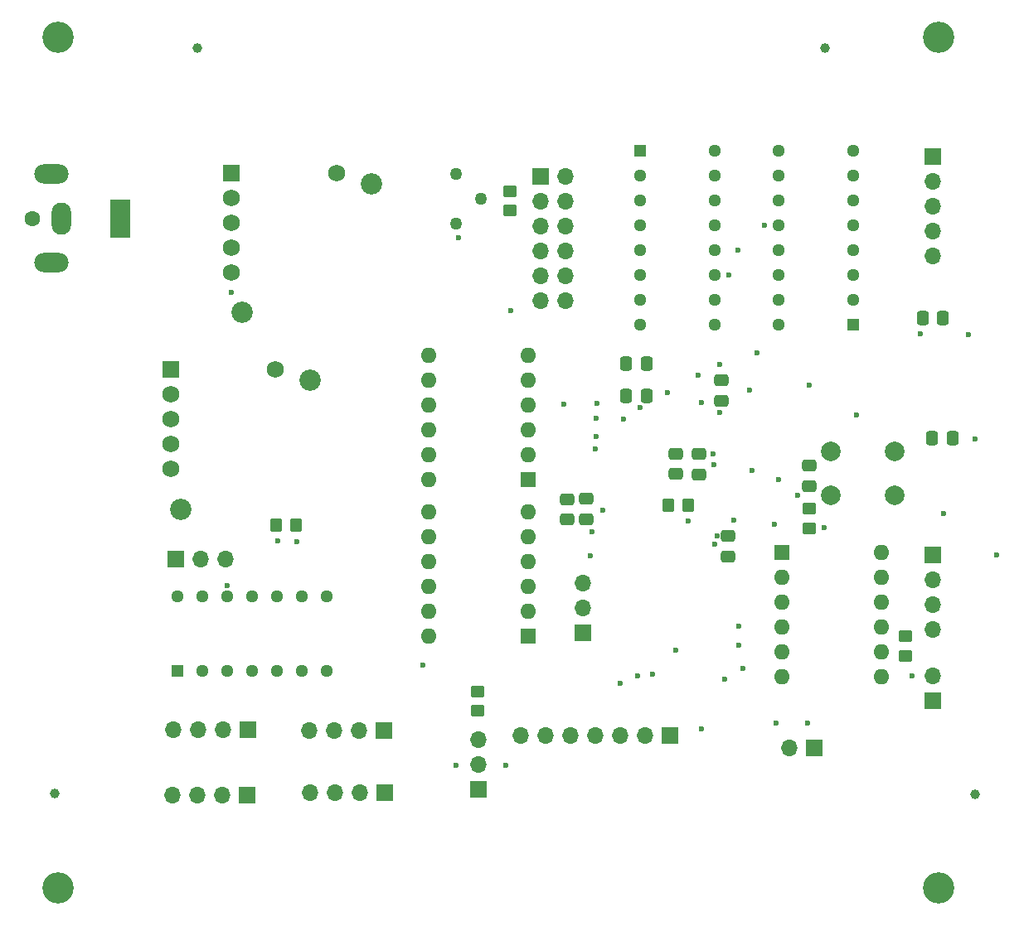
<source format=gbr>
%TF.GenerationSoftware,KiCad,Pcbnew,8.0.7*%
%TF.CreationDate,2025-03-12T15:09:51-04:00*%
%TF.ProjectId,skee-ball,736b6565-2d62-4616-9c6c-2e6b69636164,2*%
%TF.SameCoordinates,Original*%
%TF.FileFunction,Soldermask,Bot*%
%TF.FilePolarity,Negative*%
%FSLAX46Y46*%
G04 Gerber Fmt 4.6, Leading zero omitted, Abs format (unit mm)*
G04 Created by KiCad (PCBNEW 8.0.7) date 2025-03-12 15:09:51*
%MOMM*%
%LPD*%
G01*
G04 APERTURE LIST*
G04 Aperture macros list*
%AMRoundRect*
0 Rectangle with rounded corners*
0 $1 Rounding radius*
0 $2 $3 $4 $5 $6 $7 $8 $9 X,Y pos of 4 corners*
0 Add a 4 corners polygon primitive as box body*
4,1,4,$2,$3,$4,$5,$6,$7,$8,$9,$2,$3,0*
0 Add four circle primitives for the rounded corners*
1,1,$1+$1,$2,$3*
1,1,$1+$1,$4,$5*
1,1,$1+$1,$6,$7*
1,1,$1+$1,$8,$9*
0 Add four rect primitives between the rounded corners*
20,1,$1+$1,$2,$3,$4,$5,0*
20,1,$1+$1,$4,$5,$6,$7,0*
20,1,$1+$1,$6,$7,$8,$9,0*
20,1,$1+$1,$8,$9,$2,$3,0*%
G04 Aperture macros list end*
%ADD10R,1.700000X1.700000*%
%ADD11O,1.700000X1.700000*%
%ADD12C,2.000000*%
%ADD13C,1.600000*%
%ADD14R,2.000000X4.000000*%
%ADD15O,2.000000X3.300000*%
%ADD16O,3.500000X2.000000*%
%ADD17R,1.295400X1.295400*%
%ADD18C,1.295400*%
%ADD19C,3.200000*%
%ADD20R,1.600000X1.600000*%
%ADD21O,1.600000X1.600000*%
%ADD22C,1.260000*%
%ADD23C,2.180000*%
%ADD24RoundRect,0.102000X-0.765000X0.765000X-0.765000X-0.765000X0.765000X-0.765000X0.765000X0.765000X0*%
%ADD25C,1.734000*%
%ADD26RoundRect,0.250000X0.475000X-0.337500X0.475000X0.337500X-0.475000X0.337500X-0.475000X-0.337500X0*%
%ADD27RoundRect,0.250000X0.450000X-0.350000X0.450000X0.350000X-0.450000X0.350000X-0.450000X-0.350000X0*%
%ADD28RoundRect,0.250000X-0.475000X0.337500X-0.475000X-0.337500X0.475000X-0.337500X0.475000X0.337500X0*%
%ADD29RoundRect,0.250000X-0.350000X-0.450000X0.350000X-0.450000X0.350000X0.450000X-0.350000X0.450000X0*%
%ADD30RoundRect,0.250000X-0.337500X-0.475000X0.337500X-0.475000X0.337500X0.475000X-0.337500X0.475000X0*%
%ADD31RoundRect,0.250000X0.337500X0.475000X-0.337500X0.475000X-0.337500X-0.475000X0.337500X-0.475000X0*%
%ADD32C,0.600000*%
%ADD33C,1.000000*%
G04 APERTURE END LIST*
D10*
%TO.C,J18*%
X149883400Y-100330000D03*
D11*
X147343400Y-100330000D03*
%TD*%
D12*
%TO.C,SW1*%
X151536400Y-70053200D03*
X158036400Y-70053200D03*
X151536400Y-74553200D03*
X158036400Y-74553200D03*
%TD*%
D13*
%TO.C,J4*%
X70000000Y-46228000D03*
D14*
X79000000Y-46228000D03*
D15*
X73000000Y-46228000D03*
D16*
X72000000Y-41728000D03*
X72000000Y-50728000D03*
%TD*%
D10*
%TO.C,J27*%
X105968800Y-104978200D03*
D11*
X103428800Y-104978200D03*
X100888800Y-104978200D03*
X98348800Y-104978200D03*
%TD*%
D17*
%TO.C,U6*%
X153822400Y-57099200D03*
D18*
X153822400Y-54559200D03*
X153822400Y-52019200D03*
X153822400Y-49479200D03*
X153822400Y-46939200D03*
X153822400Y-44399200D03*
X153822400Y-41859200D03*
X153822400Y-39319200D03*
X146202400Y-39319200D03*
X146202400Y-41859200D03*
X146202400Y-44399200D03*
X146202400Y-46939200D03*
X146202400Y-49479200D03*
X146202400Y-52019200D03*
X146202400Y-54559200D03*
X146202400Y-57099200D03*
%TD*%
D19*
%TO.C,H1*%
X72670000Y-27740000D03*
%TD*%
D10*
%TO.C,J2*%
X161950400Y-95580200D03*
D11*
X161950400Y-93040200D03*
%TD*%
D10*
%TO.C,J20*%
X84658200Y-81051400D03*
D11*
X87198200Y-81051400D03*
X89738200Y-81051400D03*
%TD*%
D10*
%TO.C,J36*%
X161950400Y-80619600D03*
D11*
X161950400Y-83159600D03*
X161950400Y-85699600D03*
X161950400Y-88239600D03*
%TD*%
D19*
%TO.C,H2*%
X162540000Y-27740000D03*
%TD*%
D20*
%TO.C,U9*%
X146583400Y-80369600D03*
D21*
X146583400Y-82909600D03*
X146583400Y-85449600D03*
X146583400Y-87989600D03*
X146583400Y-90529600D03*
X146583400Y-93069600D03*
X156743400Y-93069600D03*
X156743400Y-90529600D03*
X156743400Y-87989600D03*
X156743400Y-85449600D03*
X156743400Y-82909600D03*
X156743400Y-80369600D03*
%TD*%
D22*
%TO.C,RV1*%
X113284000Y-41660000D03*
X115824000Y-44200000D03*
X113284000Y-46740000D03*
%TD*%
D10*
%TO.C,U2*%
X135128000Y-99060000D03*
D11*
X132588000Y-99060000D03*
X130048000Y-99060000D03*
X127508000Y-99060000D03*
X124968000Y-99060000D03*
X122428000Y-99060000D03*
X119888000Y-99060000D03*
%TD*%
D10*
%TO.C,J22*%
X91922600Y-105181400D03*
D11*
X89382600Y-105181400D03*
X86842600Y-105181400D03*
X84302600Y-105181400D03*
%TD*%
D19*
%TO.C,H3*%
X162540000Y-114720000D03*
%TD*%
D17*
%TO.C,U5*%
X132080000Y-39319200D03*
D18*
X132080000Y-41859200D03*
X132080000Y-44399200D03*
X132080000Y-46939200D03*
X132080000Y-49479200D03*
X132080000Y-52019200D03*
X132080000Y-54559200D03*
X132080000Y-57099200D03*
X139700000Y-57099200D03*
X139700000Y-54559200D03*
X139700000Y-52019200D03*
X139700000Y-49479200D03*
X139700000Y-46939200D03*
X139700000Y-44399200D03*
X139700000Y-41859200D03*
X139700000Y-39319200D03*
%TD*%
D10*
%TO.C,J26*%
X105892600Y-98552000D03*
D11*
X103352600Y-98552000D03*
X100812600Y-98552000D03*
X98272600Y-98552000D03*
%TD*%
D10*
%TO.C,J21*%
X92024200Y-98475800D03*
D11*
X89484200Y-98475800D03*
X86944200Y-98475800D03*
X84404200Y-98475800D03*
%TD*%
D19*
%TO.C,H4*%
X72670000Y-114660000D03*
%TD*%
D10*
%TO.C,J19*%
X115540000Y-104630000D03*
D11*
X115540000Y-102090000D03*
X115540000Y-99550000D03*
%TD*%
D10*
%TO.C,J5*%
X161975800Y-39925000D03*
D11*
X161975800Y-42465000D03*
X161975800Y-45005000D03*
X161975800Y-47545000D03*
X161975800Y-50085000D03*
%TD*%
D23*
%TO.C,U1*%
X98388500Y-62750900D03*
X85188500Y-75950900D03*
D24*
X84158500Y-61720900D03*
D25*
X84158500Y-64260900D03*
X84158500Y-66800900D03*
X84158500Y-69340900D03*
X84158500Y-71880900D03*
X94848500Y-61720900D03*
%TD*%
D20*
%TO.C,U10*%
X120650000Y-88900000D03*
D21*
X120650000Y-86360000D03*
X120650000Y-83820000D03*
X120650000Y-81280000D03*
X120650000Y-78740000D03*
X120650000Y-76200000D03*
X110490000Y-76200000D03*
X110490000Y-78740000D03*
X110490000Y-81280000D03*
X110490000Y-83820000D03*
X110490000Y-86360000D03*
X110490000Y-88900000D03*
%TD*%
D20*
%TO.C,U8*%
X120650000Y-72898000D03*
D21*
X120650000Y-70358000D03*
X120650000Y-67818000D03*
X120650000Y-65278000D03*
X120650000Y-62738000D03*
X120650000Y-60198000D03*
X110490000Y-60198000D03*
X110490000Y-62738000D03*
X110490000Y-65278000D03*
X110490000Y-67818000D03*
X110490000Y-70358000D03*
X110490000Y-72898000D03*
%TD*%
D10*
%TO.C,J13*%
X126238000Y-88631000D03*
D11*
X126238000Y-86091000D03*
X126238000Y-83551000D03*
%TD*%
D17*
%TO.C,U7*%
X84861400Y-92532200D03*
D18*
X87401400Y-92532200D03*
X89941400Y-92532200D03*
X92481400Y-92532200D03*
X95021400Y-92532200D03*
X97561400Y-92532200D03*
X100101400Y-92532200D03*
X100101400Y-84912200D03*
X97561400Y-84912200D03*
X95021400Y-84912200D03*
X92481400Y-84912200D03*
X89941400Y-84912200D03*
X87401400Y-84912200D03*
X84861400Y-84912200D03*
%TD*%
D10*
%TO.C,J3*%
X121920000Y-41910000D03*
D11*
X124460000Y-41910000D03*
X121920000Y-44450000D03*
X124460000Y-44450000D03*
X121920000Y-46990000D03*
X124460000Y-46990000D03*
X121920000Y-49530000D03*
X124460000Y-49530000D03*
X121920000Y-52070000D03*
X124460000Y-52070000D03*
X121920000Y-54610000D03*
X124460000Y-54610000D03*
%TD*%
D23*
%TO.C,U3*%
X104600000Y-42676000D03*
X91400000Y-55876000D03*
D24*
X90370000Y-41646000D03*
D25*
X90370000Y-44186000D03*
X90370000Y-46726000D03*
X90370000Y-49266000D03*
X90370000Y-51806000D03*
X101060000Y-41646000D03*
%TD*%
D26*
%TO.C,C17*%
X124587000Y-77005000D03*
X124587000Y-74930000D03*
%TD*%
D27*
%TO.C,R2*%
X159156400Y-90950800D03*
X159156400Y-88950800D03*
%TD*%
%TO.C,R1*%
X149326600Y-77920600D03*
X149326600Y-75920600D03*
%TD*%
D28*
%TO.C,C3*%
X149326600Y-71504900D03*
X149326600Y-73579900D03*
%TD*%
%TO.C,C14*%
X141071600Y-78718500D03*
X141071600Y-80793500D03*
%TD*%
D29*
%TO.C,R16*%
X134966200Y-75539600D03*
X136966200Y-75539600D03*
%TD*%
%TO.C,R10*%
X94940000Y-77560000D03*
X96940000Y-77560000D03*
%TD*%
D30*
%TO.C,C12*%
X130661500Y-64389000D03*
X132736500Y-64389000D03*
%TD*%
D28*
%TO.C,C10*%
X140370000Y-62792500D03*
X140370000Y-64867500D03*
%TD*%
D31*
%TO.C,C7*%
X163968400Y-68707000D03*
X161893400Y-68707000D03*
%TD*%
D27*
%TO.C,R14*%
X115519200Y-96596200D03*
X115519200Y-94596200D03*
%TD*%
%TO.C,R13*%
X118795800Y-45450000D03*
X118795800Y-43450000D03*
%TD*%
D30*
%TO.C,C6*%
X160928200Y-56438800D03*
X163003200Y-56438800D03*
%TD*%
D28*
%TO.C,C1*%
X138074400Y-70315000D03*
X138074400Y-72390000D03*
%TD*%
%TO.C,C2*%
X135712200Y-70289600D03*
X135712200Y-72364600D03*
%TD*%
D30*
%TO.C,C11*%
X130640000Y-61087000D03*
X132715000Y-61087000D03*
%TD*%
D26*
%TO.C,C16*%
X126600000Y-76983500D03*
X126600000Y-74908500D03*
%TD*%
D32*
X127609600Y-66700400D03*
X133360000Y-92800000D03*
X141650000Y-77090000D03*
X145750000Y-77540000D03*
X127190000Y-78240000D03*
X138300000Y-65100000D03*
X150876000Y-77876400D03*
X134874000Y-64008000D03*
X139979400Y-78663800D03*
X154178000Y-66294000D03*
X149352000Y-63246000D03*
X149160000Y-97840000D03*
X143256000Y-63754000D03*
X142110000Y-89870000D03*
X142600000Y-92250000D03*
X145940000Y-97820000D03*
X124260000Y-65200000D03*
X143510000Y-72009000D03*
X127650000Y-65170000D03*
X166270000Y-68750000D03*
X130380000Y-66720000D03*
X142140000Y-87940000D03*
X140210000Y-66060000D03*
X132080000Y-65532000D03*
X135750000Y-90340000D03*
D33*
X150980000Y-28820000D03*
X72270000Y-105020000D03*
D32*
X139700000Y-79502000D03*
X113520000Y-48220000D03*
D33*
X86900000Y-28820000D03*
D32*
X95040000Y-79240000D03*
X139573000Y-71374000D03*
X146253200Y-72974200D03*
X128290000Y-76100000D03*
D33*
X166290000Y-105120000D03*
D32*
X138380000Y-98390000D03*
X165640000Y-58160000D03*
X163060000Y-76420000D03*
X127558800Y-68503800D03*
X131826000Y-92964000D03*
X130048000Y-93726000D03*
X127508000Y-69799200D03*
X141097000Y-52019200D03*
X138000000Y-62230000D03*
X140208000Y-61137800D03*
X144805400Y-46939200D03*
X142062200Y-49479200D03*
X144018000Y-59944000D03*
X109931200Y-91897200D03*
X89941400Y-83769200D03*
X90320000Y-53780000D03*
X118872000Y-55626000D03*
X160720000Y-58040000D03*
X168470000Y-80650000D03*
X97040000Y-79260000D03*
X126960000Y-80770000D03*
X139496800Y-70332600D03*
X113284000Y-102108000D03*
X140720000Y-93330000D03*
X118364000Y-102108000D03*
X148183600Y-74553200D03*
X159867600Y-93040200D03*
X136976500Y-77165200D03*
M02*

</source>
